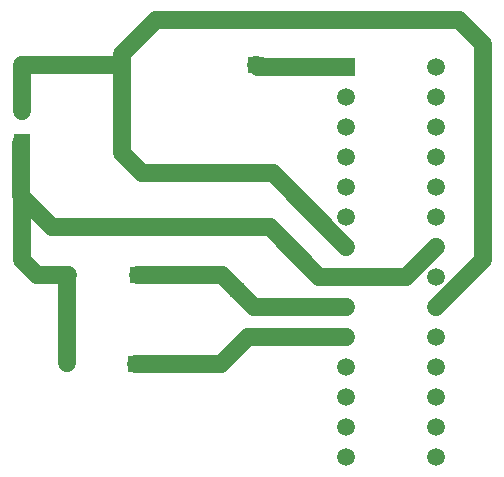
<source format=gtl>
G04*
G04 #@! TF.GenerationSoftware,Altium Limited,Altium Designer,24.2.2 (26)*
G04*
G04 Layer_Physical_Order=1*
G04 Layer_Color=255*
%FSLAX44Y44*%
%MOMM*%
G71*
G04*
G04 #@! TF.SameCoordinates,64B0A2ED-4F9C-458F-A6B1-0A69A07A9492*
G04*
G04*
G04 #@! TF.FilePolarity,Positive*
G04*
G01*
G75*
%ADD14C,0.2540*%
%ADD15C,1.3716*%
%ADD16R,1.3716X1.3716*%
%ADD19R,1.3716X1.3716*%
%ADD20C,1.3970*%
%ADD21R,1.3970X1.3970*%
%ADD25C,1.5000*%
%ADD26C,1.5000*%
%ADD27R,1.5000X1.5000*%
%ADD28R,1.2000X1.2000*%
%ADD29C,1.2000*%
%ADD30C,1.2700*%
D14*
X87312Y307022D02*
X88900Y308610D01*
X82550Y309880D02*
X83820Y311150D01*
X83185Y337185D02*
X83820Y336550D01*
X82550Y377190D02*
X83185Y376555D01*
X82550Y265430D02*
X83820Y264160D01*
X121346Y123190D02*
X121981Y123825D01*
X167259Y376555D02*
X167894Y375920D01*
X121981Y197485D02*
X122616Y198120D01*
D15*
X83820Y336550D02*
D03*
X167894Y375920D02*
D03*
D16*
X83820Y311150D02*
D03*
D19*
X281940Y375920D02*
D03*
D20*
X122616Y198120D02*
D03*
X121346Y123190D02*
D03*
D21*
X181610Y198120D02*
D03*
X180340Y123190D02*
D03*
D25*
X473710Y210820D02*
Y393700D01*
X434340Y171450D02*
X473710Y210820D01*
X281940Y375920D02*
X283210Y374650D01*
X358140D01*
X82550Y265430D02*
X109220Y238760D01*
X293370D02*
X335280Y196850D01*
X109220Y238760D02*
X293370D01*
X83820Y210820D02*
Y264160D01*
X358140Y196850D02*
X408940D01*
X335280D02*
X358140D01*
X265430Y185690D02*
X279670Y171450D01*
X358140D01*
X265430Y136890D02*
X274590Y146050D01*
X358140D01*
X167894Y385064D02*
X196850Y414020D01*
X453390D01*
X167894Y375920D02*
Y385064D01*
X83185Y376555D02*
X167259D01*
X453390Y414020D02*
X473710Y393700D01*
X82550Y265430D02*
Y309880D01*
X83185Y337185D02*
Y376555D01*
X96520Y198120D02*
X122616D01*
X83820Y210820D02*
X96520Y198120D01*
X121981Y123825D02*
Y197485D01*
X180340Y123190D02*
X251730D01*
X265430Y136890D01*
X181610Y198120D02*
X253000D01*
X265430Y185690D01*
X408940Y196850D02*
X434340Y222250D01*
X167894Y302006D02*
Y375920D01*
Y302006D02*
X185420Y284480D01*
X295910D01*
X358140Y222250D01*
D26*
X434340Y44450D02*
D03*
Y69850D02*
D03*
Y95250D02*
D03*
Y120650D02*
D03*
Y146050D02*
D03*
Y171450D02*
D03*
Y196850D02*
D03*
Y222250D02*
D03*
Y247650D02*
D03*
Y273050D02*
D03*
Y298450D02*
D03*
Y323850D02*
D03*
Y349250D02*
D03*
Y374650D02*
D03*
X358140Y44450D02*
D03*
Y69850D02*
D03*
Y95250D02*
D03*
Y120650D02*
D03*
Y146050D02*
D03*
Y171450D02*
D03*
Y196850D02*
D03*
Y222250D02*
D03*
Y247650D02*
D03*
Y273050D02*
D03*
Y298450D02*
D03*
Y323850D02*
D03*
Y349250D02*
D03*
D27*
Y374650D02*
D03*
D28*
X265430Y185690D02*
D03*
D29*
Y136890D02*
D03*
D30*
X82550Y377190D02*
D03*
Y265430D02*
D03*
M02*

</source>
